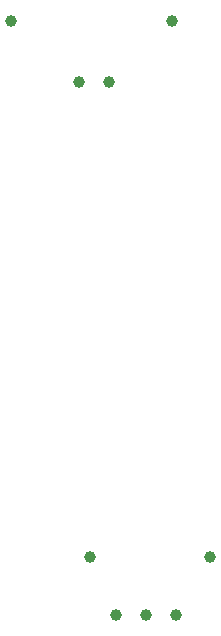
<source format=gbr>
%TF.GenerationSoftware,Novarm,DipTrace,4.3.0.5*%
%TF.CreationDate,2025-06-08T20:07:48-05:00*%
%FSLAX26Y26*%
%MOIN*%
%TF.FileFunction,Plated,1,2,PTH,Drill*%
%TF.Part,Single*%
%TA.AperFunction,ComponentDrill*%
%ADD29C,0.03937*%
%ADD30C,0.0394*%
G75*
G01*
D29*
X1281251Y2293749D3*
X1381251D3*
D30*
X1056251Y2499998D3*
X1593750Y2499999D3*
D29*
X1718750Y712499D3*
X1318750D3*
X1606250Y518749D3*
X1506250D3*
X1406250D3*
M02*

</source>
